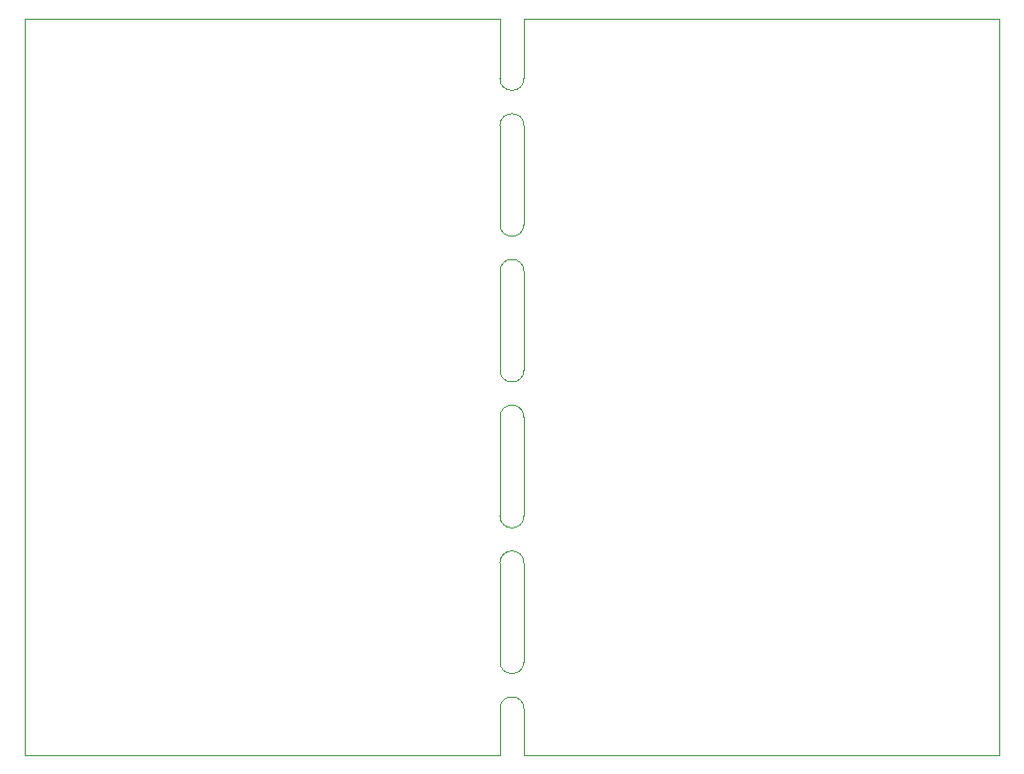
<source format=gbr>
G04 #@! TF.GenerationSoftware,KiCad,Pcbnew,(5.1.4-0-10_14)*
G04 #@! TF.CreationDate,2020-04-09T16:23:13-05:00*
G04 #@! TF.ProjectId,WIRELESS_MIDI_PANELIZED,57495245-4c45-4535-935f-4d4944495f50,rev?*
G04 #@! TF.SameCoordinates,Original*
G04 #@! TF.FileFunction,Profile,NP*
%FSLAX46Y46*%
G04 Gerber Fmt 4.6, Leading zero omitted, Abs format (unit mm)*
G04 Created by KiCad (PCBNEW (5.1.4-0-10_14)) date 2020-04-09 16:23:13*
%MOMM*%
%LPD*%
G04 APERTURE LIST*
%ADD10C,0.050000*%
G04 APERTURE END LIST*
D10*
X140462000Y-145846800D02*
X140487400Y-145846800D01*
X138430000Y-141859000D02*
G75*
G02X140462000Y-141859000I1016000J0D01*
G01*
X140462000Y-137845800D02*
G75*
G02X138430000Y-137845800I-1016000J0D01*
G01*
X138430000Y-129387600D02*
G75*
G02X140462000Y-129387600I1016000J0D01*
G01*
X140462000Y-125374400D02*
G75*
G02X138430000Y-125374400I-1016000J0D01*
G01*
X140462000Y-87960200D02*
G75*
G02X138430000Y-87960200I-1016000J0D01*
G01*
X138430000Y-91973400D02*
G75*
G02X140462000Y-91973400I1016000J0D01*
G01*
X140462000Y-100431600D02*
G75*
G02X138430000Y-100431600I-1016000J0D01*
G01*
X138430000Y-104444800D02*
G75*
G02X140462000Y-104444800I1016000J0D01*
G01*
X138430000Y-116916200D02*
G75*
G02X140462000Y-116916200I1016000J0D01*
G01*
X140462000Y-112903000D02*
G75*
G02X138430000Y-112903000I-1016000J0D01*
G01*
X138430000Y-87960200D02*
X138430000Y-82854800D01*
X138430000Y-100431600D02*
X138430000Y-91973400D01*
X138430000Y-112903000D02*
X138430000Y-104444800D01*
X138430000Y-125374400D02*
X138430000Y-116916200D01*
X138430000Y-137845800D02*
X138430000Y-129387600D01*
X138430000Y-145846800D02*
X138430000Y-141859000D01*
X140462000Y-141859000D02*
X140462000Y-143306800D01*
X140462000Y-129387600D02*
X140462000Y-137845800D01*
X140462000Y-116916200D02*
X140462000Y-125374400D01*
X140462000Y-104444800D02*
X140462000Y-112903000D01*
X140462000Y-91973400D02*
X140462000Y-100431600D01*
X140462000Y-82829400D02*
X140462000Y-87960200D01*
X97790000Y-82854800D02*
X97790000Y-84886800D01*
X97790000Y-84886800D02*
X97790000Y-86156800D01*
X97790000Y-145846800D02*
X97790000Y-86156800D01*
X138430000Y-145846800D02*
X97790000Y-145846800D01*
X97790000Y-82854800D02*
X138430000Y-82854800D01*
X140462000Y-143306800D02*
X140462000Y-145846800D01*
X181127400Y-143306800D02*
X181127400Y-143560800D01*
X181127400Y-143560800D02*
X181127400Y-145846800D01*
X181127400Y-145846800D02*
X140487400Y-145846800D01*
X181127400Y-82854800D02*
X181127400Y-143306800D01*
X140462000Y-82829400D02*
X181127400Y-82854800D01*
M02*

</source>
